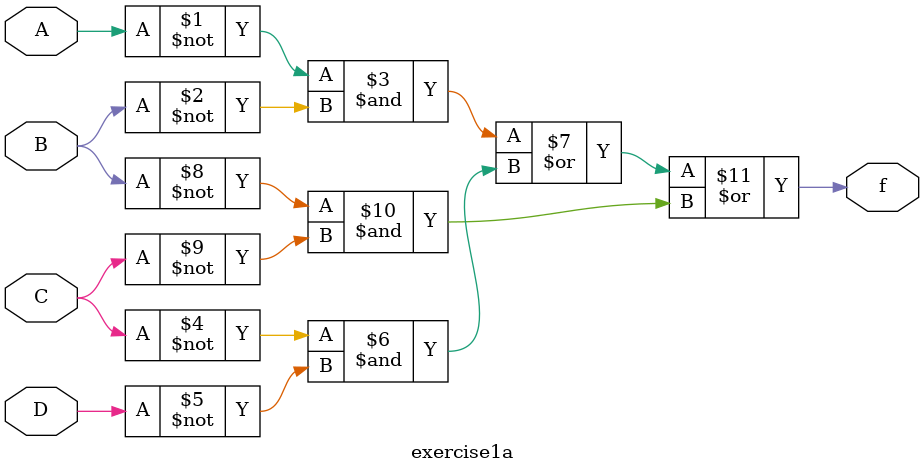
<source format=v>
module exercise1a(A,B,C,D,f);
	input A,B,C,D;
	output f;
	assign f=(~A & ~B) | (~C & ~D) | (~B & ~C);
endmodule


</source>
